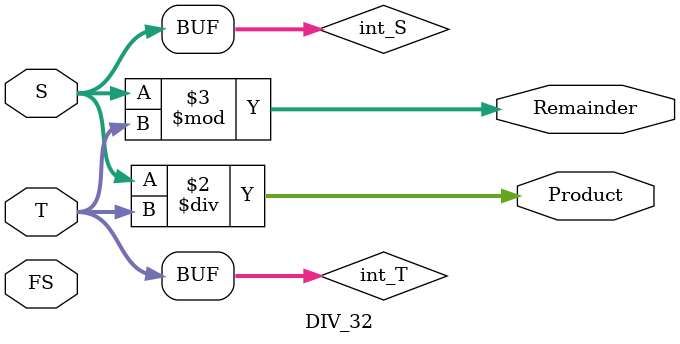
<source format=v>
`timescale 1ns / 1ps
/****************************** C E C S  4 4 0 ******************************
 * 
 * File Name:  DIV_.32v
 * Project:    Integer Datapath
 * Designer:   Kassandra Flores
 * Rev. No.:   Version 1.0
 *
 * Purpose: To perform ALU Operation: Divison. Division of operands will be 
 *          S divided by T. Product of division will be outputted into 32 
 *          bit reg typ. Remainder of divison will be outputted into 32 
 *				bit reg type.
 *
 ****************************************************************************/
module DIV_32(S,T,Product,Remainder,FS
    );
/////////////////////////////////
// INPUTS
/////////////////////////////////
	input [31:0] S;
	input [31:0] T;
	input [4:0] FS; // Function Select
/////////////////////////////////
// OUTPUTS
/////////////////////////////////
	output reg [31:0]Product;
	output reg [31:0] Remainder;
	
	integer int_S, int_T;
	// casted to int so verilog will know they are
	// eithor a negative or positive number.
	always@(*)
		begin
		int_S = S;
		int_T = T;
		Product = int_S / int_T;
		Remainder = int_S % int_T;
		end

endmodule

</source>
